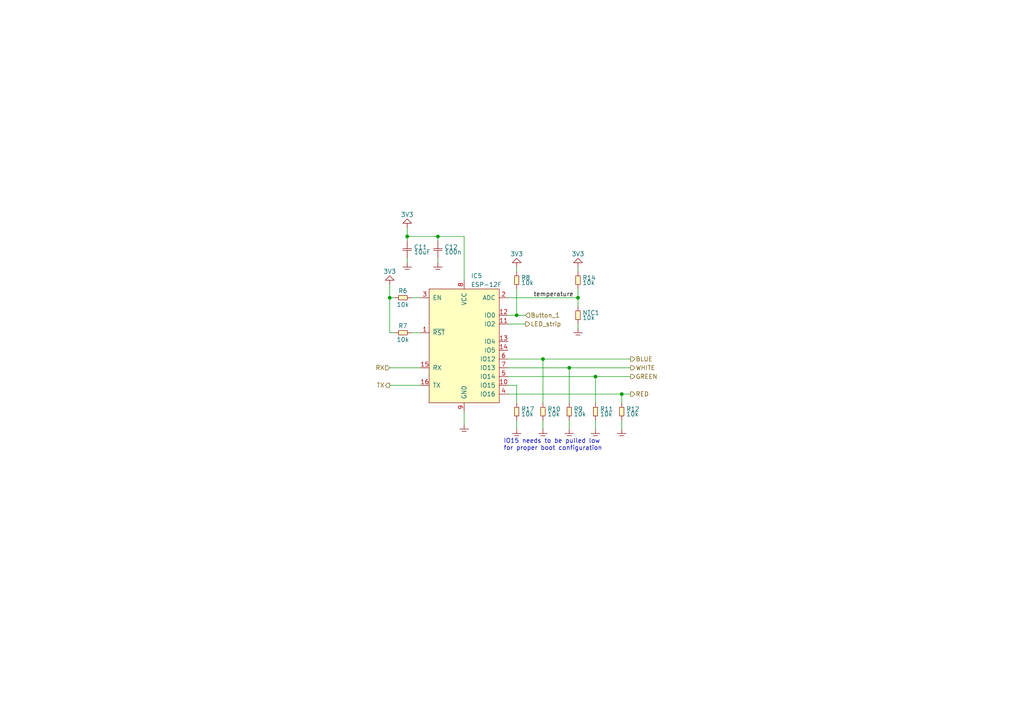
<source format=kicad_sch>
(kicad_sch (version 20230121) (generator eeschema)
  (paper "A4")
  (lib_symbols
    (symbol "generic:3V3" (power) (pin_numbers hide) (pin_names (offset 0) hide)
      (property "Value" "3V3" (at 0 3.81 0))
      (symbol "3V3_0_1"
        (polyline (pts (xy 0 0) (xy 0 1.27) (xy -1.27 1.27) (xy 0 2.54) (xy 1.27 1.27) (xy 0 1.27)))
      )
      (symbol "3V3_1_1"
        (pin power_in line (at 0 0 90) (length 2.54) hide (name "3V3") (number "~"))
      )
    )
    (symbol "generic:C" (pin_numbers hide) (pin_names (offset 0) hide)
      (property "Reference" "C" (at 2.54 0 0))
      (property "Value" "C" (at 2.54 -2.54 0))
      (symbol "C_0_1"
        (polyline (pts (xy -1.27 -0.254) (xy 1.27 -0.254)))
        (polyline (pts (xy 1.27 0.254) (xy -1.27 0.254)))
      )
      (symbol "C_1_1"
        (pin bidirectional line (at 0 2.54 270) (length 2.3114) (name "~") (number "1"))
        (pin bidirectional line (at 0 -2.54 90) (length 2.3114) (name "~") (number "2"))
      )
    )
    (symbol "generic:GND" (power) (pin_numbers hide) (pin_names (offset 0) hide)
      (symbol "GND_0_1"
        (polyline (pts (xy -1.27 -1.27) (xy 1.27 -1.27)))
        (polyline (pts (xy 0 -2.54) (xy 0 -2.54)))
        (polyline (pts (xy 0 -1.27) (xy 0 0)))
        (polyline (pts (xy 0.635 -1.905) (xy -0.635 -1.905)))
      )
      (symbol "GND_1_1"
        (pin power_in line (at 0 0 270) (length 2.54) hide (name "GND") (number "~"))
      )
    )
    (symbol "generic:R" (pin_numbers hide) (pin_names (offset 0) hide)
      (property "Reference" "R" (at 0 1.905 0))
      (property "Value" "R" (at 0 -2.54 0))
      (symbol "R_0_1"
        (rectangle (start -1.27 0.635) (end 1.27 -0.635) (fill (type background)))
      )
      (symbol "R_1_1"
        (pin bidirectional line (at -2.54 0 0) (length 1.27) (name "~") (number "1"))
        (pin bidirectional line (at 2.54 0 180) (length 1.27) (name "~") (number "2"))
      )
    )
    (symbol "modules:ESP-12F" (pin_names (offset 1.016))
      (property "Reference" "IC" (at 0 10.16 0))
      (property "Value" "ESP-12F" (at 0 7.62 0))
      (symbol "ESP-12F_0_1"
        (rectangle (start -10.16 17.78) (end 10.16 -15.24) (fill (type background)))
      )
      (symbol "ESP-12F_1_1"
        (pin input line (at -12.7 5.08 0) (length 2.54) (name "~{RST}") (number "1"))
        (pin bidirectional line (at 12.7 -10.16 180) (length 2.54) (name "IO15") (number "10"))
        (pin bidirectional line (at 12.7 7.62 180) (length 2.54) (name "IO2") (number "11"))
        (pin bidirectional line (at 12.7 10.16 180) (length 2.54) (name "IO0") (number "12"))
        (pin bidirectional line (at 12.7 2.54 180) (length 2.54) (name "IO4") (number "13"))
        (pin bidirectional line (at 12.7 0 180) (length 2.54) (name "IO5") (number "14"))
        (pin input line (at -12.7 -5.08 0) (length 2.54) (name "RX") (number "15"))
        (pin output line (at -12.7 -10.16 0) (length 2.54) (name "TX") (number "16"))
        (pin input line (at 12.7 15.24 180) (length 2.54) (name "ADC") (number "2"))
        (pin input line (at -12.7 15.24 0) (length 2.54) (name "EN") (number "3"))
        (pin bidirectional line (at 12.7 -12.7 180) (length 2.54) (name "IO16") (number "4"))
        (pin bidirectional line (at 12.7 -7.62 180) (length 2.54) (name "IO14") (number "5"))
        (pin bidirectional line (at 12.7 -2.54 180) (length 2.54) (name "IO12") (number "6"))
        (pin bidirectional line (at 12.7 -5.08 180) (length 2.54) (name "IO13") (number "7"))
        (pin power_in line (at 0 20.32 270) (length 2.54) (name "VCC") (number "8"))
        (pin power_out line (at 0 -17.78 90) (length 2.54) (name "GND") (number "9"))
      )
    )
  )
  (junction (at 113.03 86.36))
  (junction (at 149.86 91.44))
  (junction (at 180.34 114.3))
  (junction (at 172.72 109.22))
  (junction (at 167.64 86.36))
  (junction (at 165.1 106.68))
  (junction (at 118.11 68.58))
  (junction (at 127 68.58))
  (junction (at 157.48 104.14))
  (wire (pts (xy 113.03 82.55) (xy 113.03 86.36)))
  (wire (pts (xy 165.1 106.68) (xy 165.1 116.84)))
  (wire (pts (xy 134.62 68.58) (xy 127 68.58)))
  (wire (pts (xy 167.64 86.36) (xy 167.64 88.9)))
  (wire (pts (xy 172.72 109.22) (xy 172.72 116.84)))
  (wire (pts (xy 147.32 106.68) (xy 165.1 106.68)))
  (wire (pts (xy 114.3 86.36) (xy 113.03 86.36)))
  (wire (pts (xy 149.86 111.76) (xy 147.32 111.76)))
  (wire (pts (xy 147.32 114.3) (xy 180.34 114.3)))
  (wire (pts (xy 149.86 121.92) (xy 149.86 124.46)))
  (wire (pts (xy 127 74.93) (xy 127 76.2)))
  (wire (pts (xy 147.32 91.44) (xy 149.86 91.44)))
  (wire (pts (xy 134.62 81.28) (xy 134.62 68.58)))
  (wire (pts (xy 167.64 83.82) (xy 167.64 86.36)))
  (wire (pts (xy 127 68.58) (xy 127 69.85)))
  (wire (pts (xy 149.86 77.47) (xy 149.86 78.74)))
  (wire (pts (xy 165.1 106.68) (xy 182.88 106.68)))
  (wire (pts (xy 147.32 93.98) (xy 152.4 93.98)))
  (wire (pts (xy 167.64 77.47) (xy 167.64 78.74)))
  (wire (pts (xy 147.32 86.36) (xy 167.64 86.36)))
  (wire (pts (xy 121.92 86.36) (xy 119.38 86.36)))
  (wire (pts (xy 157.48 104.14) (xy 182.88 104.14)))
  (wire (pts (xy 157.48 121.92) (xy 157.48 124.46)))
  (wire (pts (xy 149.86 83.82) (xy 149.86 91.44)))
  (wire (pts (xy 172.72 109.22) (xy 182.88 109.22)))
  (wire (pts (xy 149.86 91.44) (xy 152.4 91.44)))
  (wire (pts (xy 113.03 111.76) (xy 121.92 111.76)))
  (wire (pts (xy 149.86 116.84) (xy 149.86 111.76)))
  (wire (pts (xy 157.48 104.14) (xy 157.48 116.84)))
  (wire (pts (xy 121.92 96.52) (xy 119.38 96.52)))
  (wire (pts (xy 165.1 121.92) (xy 165.1 124.46)))
  (wire (pts (xy 147.32 109.22) (xy 172.72 109.22)))
  (wire (pts (xy 113.03 86.36) (xy 113.03 96.52)))
  (wire (pts (xy 147.32 104.14) (xy 157.48 104.14)))
  (wire (pts (xy 118.11 68.58) (xy 118.11 66.04)))
  (wire (pts (xy 180.34 121.92) (xy 180.34 124.46)))
  (wire (pts (xy 113.03 106.68) (xy 121.92 106.68)))
  (wire (pts (xy 172.72 121.92) (xy 172.72 124.46)))
  (wire (pts (xy 127 68.58) (xy 118.11 68.58)))
  (wire (pts (xy 118.11 74.93) (xy 118.11 76.2)))
  (wire (pts (xy 113.03 96.52) (xy 114.3 96.52)))
  (wire (pts (xy 180.34 114.3) (xy 180.34 116.84)))
  (wire (pts (xy 134.62 119.38) (xy 134.62 123.19)))
  (wire (pts (xy 118.11 68.58) (xy 118.11 69.85)))
  (wire (pts (xy 167.64 95.25) (xy 167.64 93.98)))
  (wire (pts (xy 180.34 114.3) (xy 182.88 114.3)))
  (text "IO15 needs to be pulled low \nfor proper boot configuration" (at 146.05 130.81 0) (effects (font (size 1.27 1.27)) (justify left bottom)))
  (label "temperature" (at 166.37 86.36 180))
  (hierarchical_label "LED_strip" (shape output) (at 152.4 93.98 0))
  (hierarchical_label "RED" (shape output) (at 182.88 114.3 0))
  (hierarchical_label "Button_1" (shape input) (at 152.4 91.44 0))
  (hierarchical_label "GREEN" (shape output) (at 182.88 109.22 0))
  (hierarchical_label "RX" (shape input) (at 113.03 106.68 180))
  (hierarchical_label "TX" (shape output) (at 113.03 111.76 180))
  (hierarchical_label "BLUE" (shape output) (at 182.88 104.14 0))
  (hierarchical_label "WHITE" (shape output) (at 182.88 106.68 0))
  (symbol (lib_id "generic:R") (at 167.64 81.28 90) (unit 1)
    (property "Reference" "R14" (at 168.91 81.28 90) (effects (justify right top)))
    (property "Value" "10k" (at 168.91 81.28 90) (effects (justify right bottom)))
    (property "Footprint" "SMT:0603" (effects hide))
    (property "Digi-Key" "13-RC0603JR-1010KLCT-ND" (effects hide))
  )
  (symbol (lib_id "generic:R") (at 165.1 119.38 90) (unit 1)
    (property "Reference" "R9" (at 166.37 119.38 90) (effects (justify right top)))
    (property "Value" "10k" (at 166.37 119.38 90) (effects (justify right bottom)))
    (property "Footprint" "SMT:0603" (effects hide))
    (property "Digi-Key" "13-RC0603JR-1010KLCT-ND" (effects hide))
  )
  (symbol (lib_id "generic:C") (at 127 72.39 0) (unit 1)
    (property "Reference" "C12" (at 128.905 72.39 0) (effects (justify left bottom)))
    (property "Value" "100n" (at 128.905 72.39 0) (effects (justify left top)))
    (property "Footprint" "SMT:0603" (effects hide))
    (property "Digi-Key" "1276-1935-1-ND" (effects hide))
  )
  (symbol (lib_id "generic:R") (at 167.64 91.44 90) (unit 1)
    (property "Reference" "NTC1" (at 168.91 91.44 90) (effects (justify right top)))
    (property "Value" "10k" (at 168.91 91.44 90) (effects (justify right bottom)))
    (property "Footprint" "SMT:0603" (effects hide))
    (property "Digi-Key" "490-16279-1-ND" (effects hide))
  )
  (symbol (lib_id "generic:3V3") (at 118.11 66.04 0) (unit 1)
    (property "Reference" "#3V0103" (effects hide))
    (property "Value" "3V3" (at 118.11 62.23 0))
  )
  (symbol (lib_id "generic:C") (at 118.11 72.39 0) (unit 1)
    (property "Reference" "C11" (at 120.015 72.39 0) (effects (justify left bottom)))
    (property "Value" "10uF" (at 120.015 72.39 0) (effects (justify left top)))
    (property "Footprint" "SMT:0603" (effects hide))
    (property "Digi-Key" "1276-1119-1-ND" (effects hide))
  )
  (symbol (lib_id "generic:3V3") (at 113.03 82.55 0) (unit 1)
    (property "Reference" "#3V0102" (effects hide))
    (property "Value" "3V3" (at 113.03 78.74 0))
  )
  (symbol (lib_id "generic:GND") (at 127 76.2 0) (unit 1)
    (property "Reference" "#GND0126" (effects hide))
    (property "Value" "GND" (effects hide))
  )
  (symbol (lib_id "generic:GND") (at 134.62 123.19 0) (unit 1)
    (property "Reference" "#GND0128" (effects hide))
    (property "Value" "GND" (effects hide))
  )
  (symbol (lib_id "generic:3V3") (at 167.64 77.47 0) (unit 1)
    (property "Reference" "#3V0104" (effects hide))
    (property "Value" "3V3" (at 167.64 73.66 0))
  )
  (symbol (lib_id "generic:R") (at 180.34 119.38 90) (unit 1)
    (property "Reference" "R12" (at 181.61 119.38 90) (effects (justify right top)))
    (property "Value" "10k" (at 181.61 119.38 90) (effects (justify right bottom)))
    (property "Footprint" "SMT:0603" (effects hide))
    (property "Digi-Key" "13-RC0603JR-1010KLCT-ND" (effects hide))
  )
  (symbol (lib_id "generic:GND") (at 157.48 124.46 0) (unit 1)
    (property "Reference" "#GND0130" (effects hide))
    (property "Value" "GND" (effects hide))
  )
  (symbol (lib_id "generic:GND") (at 172.72 124.46 0) (unit 1)
    (property "Reference" "#GND0131" (effects hide))
    (property "Value" "GND" (effects hide))
  )
  (symbol (lib_id "generic:R") (at 172.72 119.38 90) (unit 1)
    (property "Reference" "R11" (at 173.99 119.38 90) (effects (justify right top)))
    (property "Value" "10k" (at 173.99 119.38 90) (effects (justify right bottom)))
    (property "Footprint" "SMT:0603" (effects hide))
    (property "Digi-Key" "13-RC0603JR-1010KLCT-ND" (effects hide))
  )
  (symbol (lib_id "generic:R") (at 157.48 119.38 90) (unit 1)
    (property "Reference" "R10" (at 158.75 119.38 90) (effects (justify right top)))
    (property "Value" "10k" (at 158.75 119.38 90) (effects (justify right bottom)))
    (property "Footprint" "SMT:0603" (effects hide))
    (property "Digi-Key" "13-RC0603JR-1010KLCT-ND" (effects hide))
  )
  (symbol (lib_id "generic:R") (at 116.84 86.36 180) (unit 1)
    (property "Reference" "R6" (at 116.84 85.09 0) (effects (justify top)))
    (property "Value" "10k" (at 116.84 87.63 0) (effects (justify bottom)))
    (property "Footprint" "SMT:0603" (effects hide))
    (property "Digi-Key" "13-RC0603JR-1010KLCT-ND" (effects hide))
  )
  (symbol (lib_id "generic:GND") (at 118.11 76.2 0) (unit 1)
    (property "Reference" "#GND0125" (effects hide))
    (property "Value" "GND" (effects hide))
  )
  (symbol (lib_id "generic:R") (at 149.86 81.28 90) (unit 1)
    (property "Reference" "R8" (at 151.13 81.28 90) (effects (justify right top)))
    (property "Value" "10k" (at 151.13 81.28 90) (effects (justify right bottom)))
    (property "Footprint" "SMT:0603" (effects hide))
    (property "Digi-Key" "13-RC0603JR-1010KLCT-ND" (effects hide))
  )
  (symbol (lib_id "generic:R") (at 116.84 96.52 0) (unit 1)
    (property "Reference" "R7" (at 116.84 95.25 0) (effects (justify bottom)))
    (property "Value" "10k" (at 116.84 97.79 0) (effects (justify top)))
    (property "Footprint" "SMT:0603" (effects hide))
    (property "Digi-Key" "13-RC0603JR-1010KLCT-ND" (effects hide))
  )
  (symbol (lib_id "modules:ESP-12F") (at 134.62 101.6 0) (unit 1)
    (property "Reference" "IC5" (at 136.5759 80.01 0) (effects (justify left)))
    (property "Value" "ESP-12F" (at 136.5759 82.55 0) (effects (justify left)))
    (property "Footprint" "espressif:ESP-12F" (effects hide))
  )
  (symbol (lib_id "generic:GND") (at 165.1 124.46 0) (unit 1)
    (property "Reference" "#GND0129" (effects hide))
    (property "Value" "GND" (effects hide))
  )
  (symbol (lib_id "generic:GND") (at 180.34 124.46 0) (unit 1)
    (property "Reference" "#GND0132" (effects hide))
    (property "Value" "GND" (effects hide))
  )
  (symbol (lib_id "generic:3V3") (at 149.86 77.47 0) (unit 1)
    (property "Reference" "#3V0105" (effects hide))
    (property "Value" "3V3" (at 149.86 73.66 0))
  )
  (symbol (lib_id "generic:GND") (at 167.64 95.25 0) (unit 1)
    (property "Reference" "#GND0127" (effects hide))
    (property "Value" "GND" (effects hide))
  )
  (symbol (lib_id "generic:GND") (at 149.86 124.46 0) (unit 1)
    (property "Reference" "#GND010" (effects hide))
    (property "Value" "GND" (effects hide))
  )
  (symbol (lib_id "generic:R") (at 149.86 119.38 90) (unit 1)
    (property "Reference" "R17" (at 151.13 119.38 90) (effects (justify right top)))
    (property "Value" "10k" (at 151.13 119.38 90) (effects (justify right bottom)))
    (property "Footprint" "SMT:0603" (effects hide))
    (property "Digi-Key" "13-RC0603JR-1010KLCT-ND" (effects hide))
  )
)
</source>
